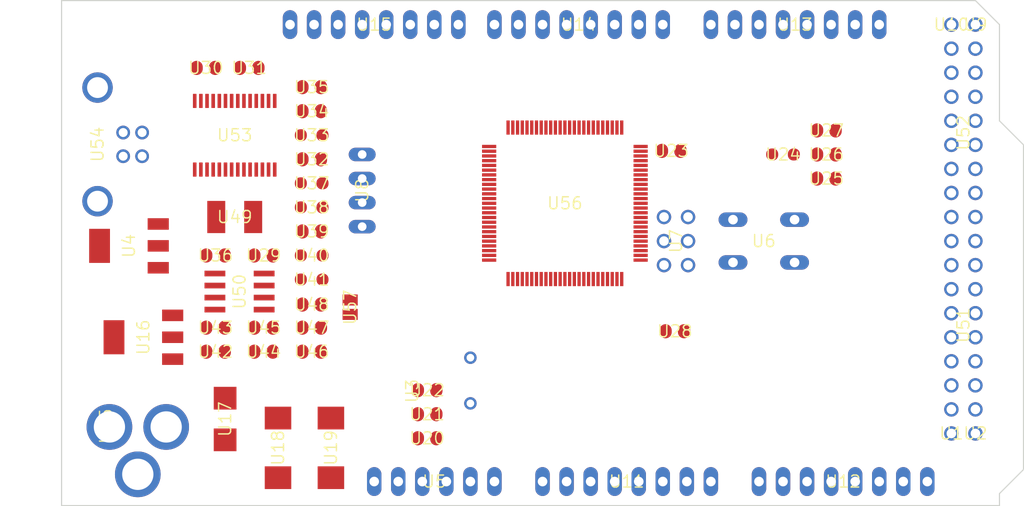
<source format=kicad_pcb>
(kicad_pcb (version 20221018) (generator pcbnew)
  (layers (0 "F.Cu" signal "Top") (31 "B.Cu" signal "Bottom") (34 "B.Paste" user) (35 "F.Paste" user) (36 "B.SilkS" user "B.Silkscreen") (37 "F.SilkS" user "F.Silkscreen") (38 "B.Mask" user) (39 "F.Mask" user) (44 "Edge.Cuts" user))
  (net 0 "")
  (net 1 "+5V")
  (net 2 "GND")
  (net 3 "N$6")
  (net 4 "N$7")
  (net 5 "AREF")
  (net 6 "RESET")
  (net 7 "VIN")
  (net 8 "N$3")
  (net 9 "PWRIN")
  (net 10 "M8RXD")
  (net 11 "M8TXD")
  (net 12 "ADC0")
  (net 13 "ADC2")
  (net 14 "ADC1")
  (net 15 "ADC3")
  (net 16 "ADC4")
  (net 17 "ADC5")
  (net 18 "ADC6")
  (net 19 "ADC7")
  (net 20 "+3V3")
  (net 21 "SDA")
  (net 22 "SCL")
  (net 23 "ADC9")
  (net 24 "ADC8")
  (net 25 "ADC10")
  (net 26 "ADC11")
  (net 27 "ADC12")
  (net 28 "ADC13")
  (net 29 "ADC14")
  (net 30 "ADC15")
  (net 31 "PB3")
  (net 32 "PB2")
  (net 33 "PB1")
  (net 34 "PB5")
  (net 35 "PB4")
  (net 36 "PE5")
  (net 37 "PE4")
  (net 38 "PE3")
  (net 39 "PE1")
  (net 40 "PE0")
  (net 41 "N$15")
  (net 42 "N$53")
  (net 43 "N$54")
  (net 44 "N$55")
  (net 45 "D-")
  (net 46 "D+")
  (net 47 "N$60")
  (net 48 "DTR")
  (net 49 "USBVCC")
  (net 50 "N$2")
  (net 51 "N$4")
  (net 52 "GATE_CMD")
  (net 53 "CMP")
  (net 54 "PB6")
  (net 55 "PH3")
  (net 56 "PH4")
  (net 57 "PH5")
  (net 58 "PH6")
  (net 59 "PG5")
  (net 60 "RXD1")
  (net 61 "TXD1")
  (net 62 "RXD2")
  (net 63 "RXD3")
  (net 64 "TXD2")
  (net 65 "TXD3")
  (net 66 "PC0")
  (net 67 "PC1")
  (net 68 "PC2")
  (net 69 "PC3")
  (net 70 "PC4")
  (net 71 "PC5")
  (net 72 "PC6")
  (net 73 "PC7")
  (net 74 "PB0")
  (net 75 "PG0")
  (net 76 "PG1")
  (net 77 "PG2")
  (net 78 "PD7")
  (net 79 "PA0")
  (net 80 "PA1")
  (net 81 "PA2")
  (net 82 "PA3")
  (net 83 "PA4")
  (net 84 "PA5")
  (net 85 "PA6")
  (net 86 "PA7")
  (net 87 "PL0")
  (net 88 "PL1")
  (net 89 "PL2")
  (net 90 "PL3")
  (net 91 "PL4")
  (net 92 "PL5")
  (net 93 "PL6")
  (net 94 "PL7")
  (net 95 "PB7")
  (net 96 "CTS")
  (net 97 "DSR")
  (net 98 "DCD")
  (net 99 "RI")
  (footprint "Arduino_MEGA_Reference_Design:2X03" (layer "F.Cu") (at 162.5981 103.7336 -90)
    (fp_text reference "U7")
    (fp_text value "")
  )
  (footprint "Arduino_MEGA_Reference_Design:1X08" (layer "F.Cu") (at 152.3111 80.8736 180)
    (fp_text reference "U14")
    (fp_text value "")
  )
  (footprint "Arduino_MEGA_Reference_Design:1X08" (layer "F.Cu") (at 130.7211 80.8736 180)
    (fp_text reference "U15")
    (fp_text value "")
  )
  (footprint "Arduino_MEGA_Reference_Design:SMC_D" (layer "F.Cu") (at 120.5611 125.5776 -90)
    (fp_text reference "U18")
    (fp_text value "")
  )
  (footprint "Arduino_MEGA_Reference_Design:SMC_D" (layer "F.Cu") (at 126.1491 125.5776 -90)
    (fp_text reference "U19")
    (fp_text value "")
  )
  (footprint "Arduino_MEGA_Reference_Design:B3F-10XX" (layer "F.Cu") (at 171.8691 103.7336 180)
    (fp_text reference "U6")
    (fp_text value "")
  )
  (footprint "Arduino_MEGA_Reference_Design:0805RND" (layer "F.Cu") (at 173.9011 94.5896 180)
    (fp_text reference "U24")
    (fp_text value "")
  )
  (footprint "Arduino_MEGA_Reference_Design:SMB" (layer "F.Cu") (at 114.9731 122.5296 -90)
    (fp_text reference "U17")
    (fp_text value "")
  )
  (footprint "Arduino_MEGA_Reference_Design:DC-21MM" (layer "F.Cu") (at 103.0351 123.2916 90)
    (fp_text reference "U55")
    (fp_text value "")
  )
  (footprint "Arduino_MEGA_Reference_Design:HC49_S" (layer "F.Cu") (at 140.8811 118.4656 90)
    (fp_text reference "U3")
    (fp_text value "")
  )
  (footprint "Arduino_MEGA_Reference_Design:SOT223" (layer "F.Cu") (at 106.3371 113.8936 90)
    (fp_text reference "U16")
    (fp_text value "")
  )
  (footprint "Arduino_MEGA_Reference_Design:1X06" (layer "F.Cu") (at 137.0711 129.1336)
    (fp_text reference "U5")
    (fp_text value "")
  )
  (footprint "Arduino_MEGA_Reference_Design:C0805RND" (layer "F.Cu") (at 124.1171 87.4776)
    (fp_text reference "U35")
    (fp_text value "")
  )
  (footprint "Arduino_MEGA_Reference_Design:C0805RND" (layer "F.Cu") (at 162.4711 113.2586)
    (fp_text reference "U28")
    (fp_text value "")
  )
  (footprint "Arduino_MEGA_Reference_Design:C0805RND" (layer "F.Cu") (at 136.3091 122.0216)
    (fp_text reference "U21")
    (fp_text value "")
  )
  (footprint "Arduino_MEGA_Reference_Design:C0805RND" (layer "F.Cu") (at 136.3091 119.4816)
    (fp_text reference "U22")
    (fp_text value "")
  )
  (footprint "Arduino_MEGA_Reference_Design:C0805RND" (layer "F.Cu") (at 113.9571 112.8776)
    (fp_text reference "U43")
    (fp_text value "")
  )
  (footprint "Arduino_MEGA_Reference_Design:RCL_0805RND" (layer "F.Cu") (at 124.1171 105.2576)
    (fp_text reference "U40")
    (fp_text value "")
  )
  (footprint "Arduino_MEGA_Reference_Design:RCL_0805RND" (layer "F.Cu") (at 124.1171 107.7976)
    (fp_text reference "U41")
    (fp_text value "")
  )
  (footprint "Arduino_MEGA_Reference_Design:1X08" (layer "F.Cu") (at 157.3911 129.1336)
    (fp_text reference "U11")
    (fp_text value "")
  )
  (footprint "Arduino_MEGA_Reference_Design:1X08" (layer "F.Cu") (at 175.1711 80.8736 180)
    (fp_text reference "U13")
    (fp_text value "")
  )
  (footprint "Arduino_MEGA_Reference_Design:R0805RND" (layer "F.Cu") (at 178.4731 94.5896 180)
    (fp_text reference "U26")
    (fp_text value "")
  )
  (footprint "Arduino_MEGA_Reference_Design:R0805RND" (layer "F.Cu") (at 178.4731 92.0496 180)
    (fp_text reference "U27")
    (fp_text value "")
  )
  (footprint "Arduino_MEGA_Reference_Design:TQFP100" (layer "F.Cu") (at 150.86109924316406 99.7457046508789 0)
    (fp_text reference "U56")
    (fp_text value "")
  )
  (footprint "Arduino_MEGA_Reference_Design:C0805RND" (layer "F.Cu") (at 162.0901 94.2086 180)
    (fp_text reference "U23")
    (fp_text value "")
  )
  (footprint "Arduino_MEGA_Reference_Design:C0805RND" (layer "F.Cu") (at 136.3091 124.5616)
    (fp_text reference "U20")
    (fp_text value "")
  )
  (footprint "Arduino_MEGA_Reference_Design:1X08" (layer "F.Cu") (at 180.2511 129.1336)
    (fp_text reference "U12")
    (fp_text value "")
  )
  (footprint "Arduino_MEGA_Reference_Design:R0805RND" (layer "F.Cu") (at 124.1171 112.8776)
    (fp_text reference "U47")
    (fp_text value "")
  )
  (footprint "Arduino_MEGA_Reference_Design:C0805RND" (layer "F.Cu") (at 124.1171 115.4176)
    (fp_text reference "U46")
    (fp_text value "")
  )
  (footprint "Arduino_MEGA_Reference_Design:C0805RND" (layer "F.Cu") (at 113.9571 105.2576)
    (fp_text reference "U36")
    (fp_text value "")
  )
  (footprint "Arduino_MEGA_Reference_Design:C0805RND" (layer "F.Cu") (at 112.9411 85.4456)
    (fp_text reference "U30")
    (fp_text value "")
  )
  (footprint "Arduino_MEGA_Reference_Design:0805RND" (layer "F.Cu") (at 124.1171 100.1776 180)
    (fp_text reference "U38")
    (fp_text value "")
  )
  (footprint "Arduino_MEGA_Reference_Design:0805RND" (layer "F.Cu") (at 124.1171 97.6376 180)
    (fp_text reference "U37")
    (fp_text value "")
  )
  (footprint "Arduino_MEGA_Reference_Design:R0805RND" (layer "F.Cu") (at 124.1171 95.0976)
    (fp_text reference "U32")
    (fp_text value "")
  )
  (footprint "Arduino_MEGA_Reference_Design:R0805RND" (layer "F.Cu") (at 124.1171 102.7176)
    (fp_text reference "U39")
    (fp_text value "")
  )
  (footprint "Arduino_MEGA_Reference_Design:SSOP28" (layer "F.Cu") (at 115.9891 92.5576)
    (fp_text reference "U53")
    (fp_text value "")
  )
  (footprint "Arduino_MEGA_Reference_Design:PN61729" (layer "F.Cu") (at 98.9584 93.5228 -90)
    (fp_text reference "U54")
    (fp_text value "")
  )
  (footprint "Arduino_MEGA_Reference_Design:L1812" (layer "F.Cu") (at 115.9891 101.1936)
    (fp_text reference "U49")
    (fp_text value "")
  )
  (footprint "Arduino_MEGA_Reference_Design:C0805RND" (layer "F.Cu") (at 117.5131 85.4456)
    (fp_text reference "U31")
    (fp_text value "")
  )
  (footprint "Arduino_MEGA_Reference_Design:0805RND" (layer "F.Cu") (at 124.1171 92.5576 180)
    (fp_text reference "U33")
    (fp_text value "")
  )
  (footprint "Arduino_MEGA_Reference_Design:R0805RND" (layer "F.Cu") (at 124.1171 90.0176 180)
    (fp_text reference "U34")
    (fp_text value "")
  )
  (footprint "Arduino_MEGA_Reference_Design:C0805RND" (layer "F.Cu") (at 124.1171 110.4392 180)
    (fp_text reference "U48")
    (fp_text value "")
  )
  (footprint "Arduino_MEGA_Reference_Design:SOT223" (layer "F.Cu") (at 104.8131 104.2416 90)
    (fp_text reference "U4")
    (fp_text value "")
  )
  (footprint "Arduino_MEGA_Reference_Design:SO08" (layer "F.Cu") (at 116.4971 109.0676 -90)
    (fp_text reference "U50")
    (fp_text value "")
  )
  (footprint "Arduino_MEGA_Reference_Design:R0805RND" (layer "F.Cu") (at 113.9571 115.4176 180)
    (fp_text reference "U42")
    (fp_text value "")
  )
  (footprint "Arduino_MEGA_Reference_Design:R0805RND" (layer "F.Cu") (at 119.0371 112.8776 180)
    (fp_text reference "U45")
    (fp_text value "")
  )
  (footprint "Arduino_MEGA_Reference_Design:C0805RND" (layer "F.Cu") (at 119.0371 115.4176 180)
    (fp_text reference "U44")
    (fp_text value "")
  )
  (footprint "Arduino_MEGA_Reference_Design:C0805RND" (layer "F.Cu") (at 119.0371 105.2576)
    (fp_text reference "U29")
    (fp_text value "")
  )
  (footprint "Arduino_MEGA_Reference_Design:2X08" (layer "F.Cu") (at 192.9511 92.3036 90)
    (fp_text reference "U52")
    (fp_text value "")
  )
  (footprint "Arduino_MEGA_Reference_Design:2X08" (layer "F.Cu") (at 192.9511 112.6236 90)
    (fp_text reference "U51")
    (fp_text value "")
  )
  (footprint "Arduino_MEGA_Reference_Design:R0805RND" (layer "F.Cu") (at 178.4731 97.1296 180)
    (fp_text reference "U25")
    (fp_text value "")
  )
  (footprint "Arduino_MEGA_Reference_Design:1X01" (layer "F.Cu") (at 191.6811 80.8736)
    (fp_text reference "U10")
    (fp_text value "")
  )
  (footprint "Arduino_MEGA_Reference_Design:1X01" (layer "F.Cu") (at 194.2211 80.8736)
    (fp_text reference "U9")
    (fp_text value "")
  )
  (footprint "Arduino_MEGA_Reference_Design:1X01" (layer "F.Cu") (at 191.6811 124.0536)
    (fp_text reference "U1")
    (fp_text value "")
  )
  (footprint "Arduino_MEGA_Reference_Design:1X01" (layer "F.Cu") (at 194.2211 124.0536)
    (fp_text reference "U2")
    (fp_text value "")
  )
  (footprint "Arduino_MEGA_Reference_Design:SJ" (layer "F.Cu") (at 128.1811 110.7186 -90)
    (fp_text reference "U57")
    (fp_text value "")
  )
  (footprint "Arduino_MEGA_Reference_Design:JP4" (layer "F.Cu") (at 129.4511 98.3996 -90)
    (fp_text reference "U8")
    (fp_text value "")
  )
  (gr_line (start 196.7611 80.8736) (end 196.7611 91.0336) (layer "Edge.Cuts") (width 0.12))
  (gr_line (start 196.7611 130.4036) (end 196.7611 131.6736) (layer "Edge.Cuts") (width 0.12))
  (gr_line (start 194.2211 78.3336) (end 196.7611 80.8736) (layer "Edge.Cuts") (width 0.12))
  (gr_line (start 97.7011 78.3336) (end 194.2211 78.3336) (layer "Edge.Cuts") (width 0.12))
  (gr_line (start 196.7611 91.0336) (end 199.3011 93.5736) (layer "Edge.Cuts") (width 0.12))
  (gr_line (start 97.7011 131.6736) (end 97.7011 78.3336) (layer "Edge.Cuts") (width 0.12))
  (gr_line (start 196.7611 131.6736) (end 97.7011 131.6736) (layer "Edge.Cuts") (width 0.12))
  (gr_line (start 199.3011 93.5736) (end 199.3011 127.8636) (layer "Edge.Cuts") (width 0.12))
  (gr_line (start 199.3011 127.8636) (end 196.7611 130.4036) (layer "Edge.Cuts") (width 0.12))
)
</source>
